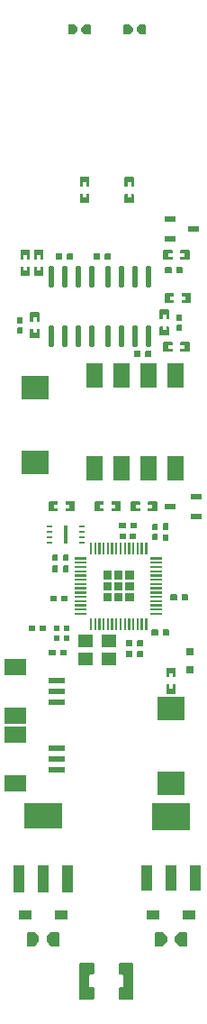
<source format=gtp>
G04 Layer: TopPasteMaskLayer*
G04 EasyEDA v6.5.23, 2023-06-10 17:59:46*
G04 2a4cce0fd74440f1b02c58f019cbd83e,5a6b42c53f6a479593ecc07194224c93,10*
G04 Gerber Generator version 0.2*
G04 Scale: 100 percent, Rotated: No, Reflected: No *
G04 Dimensions in millimeters *
G04 leading zeros omitted , absolute positions ,4 integer and 5 decimal *
%FSLAX45Y45*%
%MOMM*%

%AMMACRO1*21,1,$1,$2,0,0,$3*%
%ADD10O,0.58801X2.0450048*%
%ADD11MACRO1,0.532X1.0375X-90.0000*%
%ADD12MACRO1,2.592X2.2075X0.0000*%
%ADD13R,2.5920X2.2075*%
%ADD14R,0.8000X0.8000*%
%ADD15R,1.2000X0.9500*%
%ADD16R,1.5500X0.6000*%
%ADD17R,2.0000X1.5000*%
%ADD18MACRO1,2.286X1.524X90.0000*%
%ADD19R,1.0700X0.6000*%
%ADD20R,1.1000X2.5000*%
%ADD21MACRO1,3.6X2.34X0.0000*%
%ADD22R,1.0500X2.4650*%
%ADD23MACRO1,3.54X2.465X0.0000*%
%ADD24R,0.5500X0.5500*%
%ADD25R,0.6000X0.2800*%
%ADD26R,0.3000X1.7000*%
%ADD27MACRO1,1.2X1.4X90.0000*%
%ADD28R,1.4000X1.2000*%
%ADD29MACRO1,1.2X1.4X-90.0000*%
%ADD30C,0.0150*%

%LPD*%
G36*
X1128318Y1241755D02*
G01*
X1118311Y1231747D01*
X1118311Y1136294D01*
X1128318Y1126286D01*
X1156106Y1126286D01*
X1166114Y1116279D01*
X1166114Y1017320D01*
X1156106Y1007313D01*
X1128318Y1007313D01*
X1118311Y997305D01*
X1118311Y901852D01*
X1128318Y891844D01*
X1248968Y891844D01*
X1258976Y901852D01*
X1258976Y1231747D01*
X1248968Y1241755D01*
G37*
G36*
X757631Y1241755D02*
G01*
X747623Y1231747D01*
X747623Y901852D01*
X757631Y891844D01*
X878281Y891844D01*
X888288Y901852D01*
X888288Y997305D01*
X878281Y1007313D01*
X850493Y1007313D01*
X840486Y1017320D01*
X840486Y1116279D01*
X850493Y1126286D01*
X878281Y1126286D01*
X888288Y1136294D01*
X888288Y1231747D01*
X878281Y1241755D01*
G37*
G36*
X1572920Y4010710D02*
G01*
X1567891Y4005681D01*
X1567891Y3925722D01*
X1572920Y3920693D01*
X1595678Y3920693D01*
X1595678Y3957726D01*
X1628698Y3957726D01*
X1628698Y3920693D01*
X1652879Y3920693D01*
X1657908Y3925722D01*
X1657908Y4005681D01*
X1652879Y4010710D01*
G37*
G36*
X1572920Y3850690D02*
G01*
X1567891Y3845712D01*
X1567891Y3766718D01*
X1572920Y3761689D01*
X1652879Y3761689D01*
X1657908Y3766718D01*
X1657908Y3845712D01*
X1652879Y3850690D01*
X1628698Y3850690D01*
X1628698Y3812692D01*
X1595678Y3812692D01*
X1595678Y3850690D01*
G37*
G36*
X634593Y7901482D02*
G01*
X629615Y7896504D01*
X629615Y7851495D01*
X634593Y7846517D01*
X687578Y7846517D01*
X692607Y7851495D01*
X692607Y7896504D01*
X687578Y7901482D01*
G37*
G36*
X531622Y7901482D02*
G01*
X526592Y7896504D01*
X526592Y7851495D01*
X531622Y7846517D01*
X584606Y7846517D01*
X589584Y7851495D01*
X589584Y7896504D01*
X584606Y7901482D01*
G37*
G36*
X1170889Y10052964D02*
G01*
X1164183Y10046258D01*
X1164183Y9968941D01*
X1170889Y9962235D01*
X1223670Y9962235D01*
X1253337Y9993071D01*
X1253337Y10022128D01*
X1223670Y10052964D01*
G37*
G36*
X1316329Y10052964D02*
G01*
X1286662Y10022128D01*
X1286662Y9993071D01*
X1316329Y9962235D01*
X1369110Y9962235D01*
X1375816Y9968941D01*
X1375816Y10046258D01*
X1369110Y10052964D01*
G37*
G36*
X795629Y10052964D02*
G01*
X765962Y10022128D01*
X765962Y9993071D01*
X795629Y9962235D01*
X848410Y9962235D01*
X855116Y9968941D01*
X855116Y10046258D01*
X848410Y10052964D01*
G37*
G36*
X650189Y10052964D02*
G01*
X643483Y10046258D01*
X643483Y9968941D01*
X650189Y9962235D01*
X702970Y9962235D01*
X732637Y9993071D01*
X732637Y10022128D01*
X702970Y10052964D01*
G37*
G36*
X167995Y7208316D02*
G01*
X163017Y7201306D01*
X163017Y7153300D01*
X167995Y7148322D01*
X213004Y7148322D01*
X217982Y7153300D01*
X217982Y7201306D01*
X213004Y7208316D01*
G37*
G36*
X167995Y7304278D02*
G01*
X163017Y7299299D01*
X163017Y7251293D01*
X167995Y7244283D01*
X213004Y7244283D01*
X217982Y7251293D01*
X217982Y7299299D01*
X213004Y7304278D01*
G37*
G36*
X1666595Y7329678D02*
G01*
X1661617Y7324699D01*
X1661617Y7276693D01*
X1666595Y7269683D01*
X1711604Y7269683D01*
X1716582Y7276693D01*
X1716582Y7324699D01*
X1711604Y7329678D01*
G37*
G36*
X1666595Y7233716D02*
G01*
X1661617Y7226706D01*
X1661617Y7178700D01*
X1666595Y7173722D01*
X1711604Y7173722D01*
X1716582Y7178700D01*
X1716582Y7226706D01*
X1711604Y7233716D01*
G37*
G36*
X1509420Y7376210D02*
G01*
X1504391Y7371181D01*
X1504391Y7291222D01*
X1509420Y7286193D01*
X1532178Y7286193D01*
X1532178Y7323226D01*
X1565198Y7323226D01*
X1565198Y7286193D01*
X1589379Y7286193D01*
X1594408Y7291222D01*
X1594408Y7371181D01*
X1589379Y7376210D01*
G37*
G36*
X1509420Y7216190D02*
G01*
X1504391Y7211212D01*
X1504391Y7132218D01*
X1509420Y7127189D01*
X1589379Y7127189D01*
X1594408Y7132218D01*
X1594408Y7211212D01*
X1589379Y7216190D01*
X1565198Y7216190D01*
X1565198Y7178192D01*
X1532178Y7178192D01*
X1532178Y7216190D01*
G37*
G36*
X623722Y5569508D02*
G01*
X618693Y5564479D01*
X618693Y5541721D01*
X655726Y5541721D01*
X655726Y5508701D01*
X618693Y5508701D01*
X618693Y5484520D01*
X623722Y5479491D01*
X703681Y5479491D01*
X708710Y5484520D01*
X708710Y5564479D01*
X703681Y5569508D01*
G37*
G36*
X464718Y5569508D02*
G01*
X459689Y5564479D01*
X459689Y5484520D01*
X464718Y5479491D01*
X543712Y5479491D01*
X548690Y5484520D01*
X548690Y5508701D01*
X510692Y5508701D01*
X510692Y5541721D01*
X548690Y5541721D01*
X548690Y5564479D01*
X543712Y5569508D01*
G37*
G36*
X290220Y7191806D02*
G01*
X285191Y7186777D01*
X285191Y7106818D01*
X290220Y7101789D01*
X370179Y7101789D01*
X375208Y7106818D01*
X375208Y7186777D01*
X370179Y7191806D01*
X347421Y7191806D01*
X347421Y7154773D01*
X314401Y7154773D01*
X314401Y7191806D01*
G37*
G36*
X290220Y7350810D02*
G01*
X285191Y7345781D01*
X285191Y7266787D01*
X290220Y7261809D01*
X314401Y7261809D01*
X314401Y7299807D01*
X347421Y7299807D01*
X347421Y7261809D01*
X370179Y7261809D01*
X375208Y7266787D01*
X375208Y7345781D01*
X370179Y7350810D01*
G37*
G36*
X1055522Y5569508D02*
G01*
X1050493Y5564479D01*
X1050493Y5541721D01*
X1087475Y5541721D01*
X1087475Y5508701D01*
X1050493Y5508701D01*
X1050493Y5484520D01*
X1055522Y5479491D01*
X1135481Y5479491D01*
X1140510Y5484520D01*
X1140510Y5564479D01*
X1135481Y5569508D01*
G37*
G36*
X896518Y5569508D02*
G01*
X891489Y5564479D01*
X891489Y5484520D01*
X896518Y5479491D01*
X975512Y5479491D01*
X980490Y5484520D01*
X980490Y5508701D01*
X942492Y5508701D01*
X942492Y5541721D01*
X980490Y5541721D01*
X980490Y5564479D01*
X975512Y5569508D01*
G37*
G36*
X1398422Y5569508D02*
G01*
X1393393Y5564479D01*
X1393393Y5541721D01*
X1430375Y5541721D01*
X1430375Y5508701D01*
X1393393Y5508701D01*
X1393393Y5484520D01*
X1398422Y5479491D01*
X1478381Y5479491D01*
X1483410Y5484520D01*
X1483410Y5564479D01*
X1478381Y5569508D01*
G37*
G36*
X1239418Y5569508D02*
G01*
X1234389Y5564479D01*
X1234389Y5484520D01*
X1239418Y5479491D01*
X1318412Y5479491D01*
X1323390Y5484520D01*
X1323390Y5508701D01*
X1285392Y5508701D01*
X1285392Y5541721D01*
X1323390Y5541721D01*
X1323390Y5564479D01*
X1318412Y5569508D01*
G37*
G36*
X201320Y7935010D02*
G01*
X196291Y7929981D01*
X196291Y7850022D01*
X201320Y7844993D01*
X224078Y7844993D01*
X224078Y7882026D01*
X257098Y7882026D01*
X257098Y7844993D01*
X281279Y7844993D01*
X286308Y7850022D01*
X286308Y7929981D01*
X281279Y7935010D01*
G37*
G36*
X201320Y7774990D02*
G01*
X196291Y7770012D01*
X196291Y7691018D01*
X201320Y7685989D01*
X281279Y7685989D01*
X286308Y7691018D01*
X286308Y7770012D01*
X281279Y7774990D01*
X257098Y7774990D01*
X257098Y7736992D01*
X224078Y7736992D01*
X224078Y7774990D01*
G37*
G36*
X760120Y8620810D02*
G01*
X755091Y8615781D01*
X755091Y8535822D01*
X760120Y8530793D01*
X782878Y8530793D01*
X782878Y8567826D01*
X815898Y8567826D01*
X815898Y8530793D01*
X840079Y8530793D01*
X845108Y8535822D01*
X845108Y8615781D01*
X840079Y8620810D01*
G37*
G36*
X760120Y8460790D02*
G01*
X755091Y8455812D01*
X755091Y8376818D01*
X760120Y8371789D01*
X840079Y8371789D01*
X845108Y8376818D01*
X845108Y8455812D01*
X840079Y8460790D01*
X815898Y8460790D01*
X815898Y8422792D01*
X782878Y8422792D01*
X782878Y8460790D01*
G37*
G36*
X1179220Y8620810D02*
G01*
X1174191Y8615781D01*
X1174191Y8535822D01*
X1179220Y8530793D01*
X1201978Y8530793D01*
X1201978Y8567826D01*
X1234998Y8567826D01*
X1234998Y8530793D01*
X1259179Y8530793D01*
X1264208Y8535822D01*
X1264208Y8615781D01*
X1259179Y8620810D01*
G37*
G36*
X1179220Y8460790D02*
G01*
X1174191Y8455812D01*
X1174191Y8376818D01*
X1179220Y8371789D01*
X1259179Y8371789D01*
X1264208Y8376818D01*
X1264208Y8455812D01*
X1259179Y8460790D01*
X1234998Y8460790D01*
X1234998Y8422792D01*
X1201978Y8422792D01*
X1201978Y8460790D01*
G37*
G36*
X1703222Y7931708D02*
G01*
X1698193Y7926679D01*
X1698193Y7903921D01*
X1735175Y7903921D01*
X1735175Y7870901D01*
X1698193Y7870901D01*
X1698193Y7846720D01*
X1703222Y7841691D01*
X1783181Y7841691D01*
X1788210Y7846720D01*
X1788210Y7926679D01*
X1783181Y7931708D01*
G37*
G36*
X1544218Y7931708D02*
G01*
X1539189Y7926679D01*
X1539189Y7846720D01*
X1544218Y7841691D01*
X1623212Y7841691D01*
X1628190Y7846720D01*
X1628190Y7870901D01*
X1590192Y7870901D01*
X1590192Y7903921D01*
X1628190Y7903921D01*
X1628190Y7926679D01*
X1623212Y7931708D01*
G37*
G36*
X328320Y7935010D02*
G01*
X323291Y7929981D01*
X323291Y7850022D01*
X328320Y7844993D01*
X351078Y7844993D01*
X351078Y7882026D01*
X384098Y7882026D01*
X384098Y7844993D01*
X408279Y7844993D01*
X413308Y7850022D01*
X413308Y7929981D01*
X408279Y7935010D01*
G37*
G36*
X328320Y7774990D02*
G01*
X323291Y7770012D01*
X323291Y7691018D01*
X328320Y7685989D01*
X408279Y7685989D01*
X413308Y7691018D01*
X413308Y7770012D01*
X408279Y7774990D01*
X384098Y7774990D01*
X384098Y7736992D01*
X351078Y7736992D01*
X351078Y7774990D01*
G37*
G36*
X1715922Y7525308D02*
G01*
X1710893Y7520279D01*
X1710893Y7497521D01*
X1747875Y7497521D01*
X1747875Y7464501D01*
X1710893Y7464501D01*
X1710893Y7440320D01*
X1715922Y7435291D01*
X1795881Y7435291D01*
X1800910Y7440320D01*
X1800910Y7520279D01*
X1795881Y7525308D01*
G37*
G36*
X1556918Y7525308D02*
G01*
X1551889Y7520279D01*
X1551889Y7440320D01*
X1556918Y7435291D01*
X1635912Y7435291D01*
X1640890Y7440320D01*
X1640890Y7464501D01*
X1602892Y7464501D01*
X1602892Y7497521D01*
X1640890Y7497521D01*
X1640890Y7520279D01*
X1635912Y7525308D01*
G37*
G36*
X1703222Y7068108D02*
G01*
X1698193Y7063079D01*
X1698193Y7040321D01*
X1735175Y7040321D01*
X1735175Y7007301D01*
X1698193Y7007301D01*
X1698193Y6983120D01*
X1703222Y6978091D01*
X1783181Y6978091D01*
X1788210Y6983120D01*
X1788210Y7063079D01*
X1783181Y7068108D01*
G37*
G36*
X1544218Y7068108D02*
G01*
X1539189Y7063079D01*
X1539189Y6983120D01*
X1544218Y6978091D01*
X1623212Y6978091D01*
X1628190Y6983120D01*
X1628190Y7007301D01*
X1590192Y7007301D01*
X1590192Y7040321D01*
X1628190Y7040321D01*
X1628190Y7063079D01*
X1623212Y7068108D01*
G37*
G36*
X1560322Y7774482D02*
G01*
X1555292Y7769504D01*
X1555292Y7724495D01*
X1560322Y7719517D01*
X1613306Y7719517D01*
X1618284Y7724495D01*
X1618284Y7769504D01*
X1613306Y7774482D01*
G37*
G36*
X1663293Y7774482D02*
G01*
X1658315Y7769504D01*
X1658315Y7724495D01*
X1663293Y7719517D01*
X1716278Y7719517D01*
X1721307Y7724495D01*
X1721307Y7769504D01*
X1716278Y7774482D01*
G37*
G36*
X1371193Y6987082D02*
G01*
X1366215Y6982104D01*
X1366215Y6937095D01*
X1371193Y6932117D01*
X1424178Y6932117D01*
X1429207Y6937095D01*
X1429207Y6982104D01*
X1424178Y6987082D01*
G37*
G36*
X1268222Y6987082D02*
G01*
X1263192Y6982104D01*
X1263192Y6937095D01*
X1268222Y6932117D01*
X1321206Y6932117D01*
X1326184Y6937095D01*
X1326184Y6982104D01*
X1321206Y6987082D01*
G37*
G36*
X990193Y7901482D02*
G01*
X985215Y7896504D01*
X985215Y7851495D01*
X990193Y7846517D01*
X1043178Y7846517D01*
X1048207Y7851495D01*
X1048207Y7896504D01*
X1043178Y7901482D01*
G37*
G36*
X887221Y7901482D02*
G01*
X882192Y7896504D01*
X882192Y7851495D01*
X887221Y7846517D01*
X940206Y7846517D01*
X945184Y7851495D01*
X945184Y7896504D01*
X940206Y7901482D01*
G37*
G36*
X480923Y1529334D02*
G01*
X442417Y1482547D01*
X442417Y1438452D01*
X480923Y1391666D01*
X549656Y1391666D01*
X559663Y1401622D01*
X559663Y1519326D01*
X549656Y1529334D01*
G37*
G36*
X263144Y1529334D02*
G01*
X253136Y1519326D01*
X253136Y1401622D01*
X263144Y1391666D01*
X331876Y1391666D01*
X370382Y1438452D01*
X370382Y1482547D01*
X331876Y1529334D01*
G37*
G36*
X1469644Y1529334D02*
G01*
X1459636Y1519377D01*
X1459636Y1401673D01*
X1469644Y1391666D01*
X1538376Y1391666D01*
X1576882Y1438452D01*
X1576882Y1482547D01*
X1538376Y1529334D01*
G37*
G36*
X1687423Y1529334D02*
G01*
X1648917Y1482547D01*
X1648917Y1438452D01*
X1687423Y1391666D01*
X1756156Y1391666D01*
X1766163Y1401673D01*
X1766163Y1519377D01*
X1756156Y1529334D01*
G37*
G36*
X380593Y4408982D02*
G01*
X375615Y4404004D01*
X375615Y4358995D01*
X380593Y4354017D01*
X433578Y4354017D01*
X438607Y4358995D01*
X438607Y4404004D01*
X433578Y4408982D01*
G37*
G36*
X277622Y4408982D02*
G01*
X272592Y4404004D01*
X272592Y4358995D01*
X277622Y4354017D01*
X330606Y4354017D01*
X335584Y4358995D01*
X335584Y4404004D01*
X330606Y4408982D01*
G37*
G36*
X583793Y4688382D02*
G01*
X578815Y4683404D01*
X578815Y4638395D01*
X583793Y4633417D01*
X636778Y4633417D01*
X641807Y4638395D01*
X641807Y4683404D01*
X636778Y4688382D01*
G37*
G36*
X480822Y4688382D02*
G01*
X475792Y4683404D01*
X475792Y4638395D01*
X480822Y4633417D01*
X533806Y4633417D01*
X538784Y4638395D01*
X538784Y4683404D01*
X533806Y4688382D01*
G37*
G36*
X498195Y5074107D02*
G01*
X493217Y5069078D01*
X493217Y5016093D01*
X498195Y5011115D01*
X543204Y5011115D01*
X548182Y5016093D01*
X548182Y5069078D01*
X543204Y5074107D01*
G37*
G36*
X498195Y4971084D02*
G01*
X493217Y4966106D01*
X493217Y4913122D01*
X498195Y4908092D01*
X543204Y4908092D01*
X548182Y4913122D01*
X548182Y4966106D01*
X543204Y4971084D01*
G37*
G36*
X599795Y5074107D02*
G01*
X594817Y5069078D01*
X594817Y5016093D01*
X599795Y5011115D01*
X644804Y5011115D01*
X649782Y5016093D01*
X649782Y5069078D01*
X644804Y5074107D01*
G37*
G36*
X599795Y4971084D02*
G01*
X594817Y4966106D01*
X594817Y4913122D01*
X599795Y4908092D01*
X644804Y4908092D01*
X649782Y4913122D01*
X649782Y4966106D01*
X644804Y4971084D01*
G37*
G36*
X1611122Y4701082D02*
G01*
X1606092Y4696104D01*
X1606092Y4651095D01*
X1611122Y4646117D01*
X1664106Y4646117D01*
X1669084Y4651095D01*
X1669084Y4696104D01*
X1664106Y4701082D01*
G37*
G36*
X1714093Y4701082D02*
G01*
X1709115Y4696104D01*
X1709115Y4651095D01*
X1714093Y4646117D01*
X1767078Y4646117D01*
X1772107Y4651095D01*
X1772107Y4696104D01*
X1767078Y4701082D01*
G37*
G36*
X1433322Y4370882D02*
G01*
X1428292Y4365904D01*
X1428292Y4320895D01*
X1433322Y4315917D01*
X1486306Y4315917D01*
X1491284Y4320895D01*
X1491284Y4365904D01*
X1486306Y4370882D01*
G37*
G36*
X1536293Y4370882D02*
G01*
X1531315Y4365904D01*
X1531315Y4320895D01*
X1536293Y4315917D01*
X1589278Y4315917D01*
X1594307Y4320895D01*
X1594307Y4365904D01*
X1589278Y4370882D01*
G37*
G36*
X1231493Y5374182D02*
G01*
X1226515Y5369204D01*
X1226515Y5324195D01*
X1231493Y5319217D01*
X1284478Y5319217D01*
X1289507Y5324195D01*
X1289507Y5369204D01*
X1284478Y5374182D01*
G37*
G36*
X1128522Y5374182D02*
G01*
X1123492Y5369204D01*
X1123492Y5324195D01*
X1128522Y5319217D01*
X1181506Y5319217D01*
X1186484Y5324195D01*
X1186484Y5369204D01*
X1181506Y5374182D01*
G37*
G36*
X707593Y5045202D02*
G01*
X707593Y5025186D01*
X817575Y5025186D01*
X817575Y5045202D01*
G37*
G36*
X707593Y5005222D02*
G01*
X707593Y4985207D01*
X817575Y4985207D01*
X817575Y5005222D01*
G37*
G36*
X707593Y4965192D02*
G01*
X707593Y4945176D01*
X817575Y4945176D01*
X817575Y4965192D01*
G37*
G36*
X707593Y4925161D02*
G01*
X707593Y4905197D01*
X817575Y4905197D01*
X817575Y4925161D01*
G37*
G36*
X707593Y4885232D02*
G01*
X707593Y4865217D01*
X817575Y4865217D01*
X817575Y4885232D01*
G37*
G36*
X707593Y4845202D02*
G01*
X707593Y4825187D01*
X817575Y4825187D01*
X817575Y4845202D01*
G37*
G36*
X707593Y4805222D02*
G01*
X707593Y4785207D01*
X817575Y4785207D01*
X817575Y4805222D01*
G37*
G36*
X707593Y4765192D02*
G01*
X707593Y4745177D01*
X817575Y4745177D01*
X817575Y4765192D01*
G37*
G36*
X707593Y4725212D02*
G01*
X707593Y4705197D01*
X817575Y4705197D01*
X817575Y4725212D01*
G37*
G36*
X707593Y4685233D02*
G01*
X707593Y4665218D01*
X817575Y4665218D01*
X817575Y4685233D01*
G37*
G36*
X707593Y4645202D02*
G01*
X707593Y4625187D01*
X817575Y4625187D01*
X817575Y4645202D01*
G37*
G36*
X707593Y4605172D02*
G01*
X707593Y4585208D01*
X817575Y4585208D01*
X817575Y4605172D01*
G37*
G36*
X707593Y4565192D02*
G01*
X707593Y4545177D01*
X817575Y4545177D01*
X817575Y4565192D01*
G37*
G36*
X707593Y4525213D02*
G01*
X707593Y4505198D01*
X817575Y4505198D01*
X817575Y4525213D01*
G37*
G36*
X847598Y4475226D02*
G01*
X847598Y4365193D01*
X867613Y4365193D01*
X867613Y4475226D01*
G37*
G36*
X887577Y4475226D02*
G01*
X887577Y4365193D01*
X907592Y4365193D01*
X907592Y4475226D01*
G37*
G36*
X927608Y4475226D02*
G01*
X927608Y4365193D01*
X947572Y4365193D01*
X947572Y4475226D01*
G37*
G36*
X967587Y4475226D02*
G01*
X967587Y4365193D01*
X987602Y4365193D01*
X987602Y4475226D01*
G37*
G36*
X1007618Y4475226D02*
G01*
X1007618Y4365193D01*
X1027582Y4365193D01*
X1027582Y4475226D01*
G37*
G36*
X1047597Y4475226D02*
G01*
X1047597Y4365193D01*
X1067612Y4365193D01*
X1067612Y4475226D01*
G37*
G36*
X1087577Y4475226D02*
G01*
X1087577Y4365193D01*
X1107592Y4365193D01*
X1107592Y4475226D01*
G37*
G36*
X1127607Y4475226D02*
G01*
X1127607Y4365193D01*
X1147572Y4365193D01*
X1147572Y4475226D01*
G37*
G36*
X1167587Y4475226D02*
G01*
X1167587Y4365193D01*
X1187602Y4365193D01*
X1187602Y4475226D01*
G37*
G36*
X1207617Y4475226D02*
G01*
X1207617Y4365193D01*
X1227582Y4365193D01*
X1227582Y4475226D01*
G37*
G36*
X1247597Y4475226D02*
G01*
X1247597Y4365193D01*
X1267612Y4365193D01*
X1267612Y4475226D01*
G37*
G36*
X1287576Y4475226D02*
G01*
X1287576Y4365193D01*
X1307592Y4365193D01*
X1307592Y4475226D01*
G37*
G36*
X1327607Y4475226D02*
G01*
X1327607Y4365193D01*
X1347571Y4365193D01*
X1347571Y4475226D01*
G37*
G36*
X1367586Y4475226D02*
G01*
X1367586Y4365193D01*
X1387602Y4365193D01*
X1387602Y4475226D01*
G37*
G36*
X1417624Y4525213D02*
G01*
X1417624Y4505198D01*
X1527606Y4505198D01*
X1527606Y4525213D01*
G37*
G36*
X1417624Y4565192D02*
G01*
X1417624Y4545177D01*
X1527606Y4545177D01*
X1527606Y4565192D01*
G37*
G36*
X1417624Y4605172D02*
G01*
X1417624Y4585208D01*
X1527606Y4585208D01*
X1527606Y4605172D01*
G37*
G36*
X1417624Y4645202D02*
G01*
X1417624Y4625187D01*
X1527606Y4625187D01*
X1527606Y4645202D01*
G37*
G36*
X1417624Y4685233D02*
G01*
X1417624Y4665218D01*
X1527606Y4665218D01*
X1527606Y4685233D01*
G37*
G36*
X1417624Y4725212D02*
G01*
X1417624Y4705197D01*
X1527606Y4705197D01*
X1527606Y4725212D01*
G37*
G36*
X1417624Y4765192D02*
G01*
X1417624Y4745177D01*
X1527606Y4745177D01*
X1527606Y4765192D01*
G37*
G36*
X1417624Y4805222D02*
G01*
X1417624Y4785207D01*
X1527606Y4785207D01*
X1527606Y4805222D01*
G37*
G36*
X1417624Y4845202D02*
G01*
X1417624Y4825187D01*
X1527606Y4825187D01*
X1527606Y4845202D01*
G37*
G36*
X1417624Y4885232D02*
G01*
X1417624Y4865217D01*
X1527606Y4865217D01*
X1527606Y4885232D01*
G37*
G36*
X1417624Y4925161D02*
G01*
X1417624Y4905197D01*
X1527606Y4905197D01*
X1527606Y4925161D01*
G37*
G36*
X1417624Y4965192D02*
G01*
X1417624Y4945176D01*
X1527606Y4945176D01*
X1527606Y4965192D01*
G37*
G36*
X1417624Y5005222D02*
G01*
X1417624Y4985207D01*
X1527606Y4985207D01*
X1527606Y5005222D01*
G37*
G36*
X1417624Y5045202D02*
G01*
X1417624Y5025186D01*
X1527606Y5025186D01*
X1527606Y5045202D01*
G37*
G36*
X1367586Y5185206D02*
G01*
X1367586Y5075174D01*
X1387602Y5075174D01*
X1387602Y5185206D01*
G37*
G36*
X1327607Y5185206D02*
G01*
X1327607Y5075174D01*
X1347571Y5075174D01*
X1347571Y5185206D01*
G37*
G36*
X1287576Y5185206D02*
G01*
X1287576Y5075174D01*
X1307592Y5075174D01*
X1307592Y5185206D01*
G37*
G36*
X1247597Y5185206D02*
G01*
X1247597Y5075174D01*
X1267612Y5075174D01*
X1267612Y5185206D01*
G37*
G36*
X1207617Y5185206D02*
G01*
X1207617Y5075174D01*
X1227582Y5075174D01*
X1227582Y5185206D01*
G37*
G36*
X1167587Y5185206D02*
G01*
X1167587Y5075174D01*
X1187602Y5075174D01*
X1187602Y5185206D01*
G37*
G36*
X1127607Y5185206D02*
G01*
X1127607Y5075174D01*
X1147572Y5075174D01*
X1147572Y5185206D01*
G37*
G36*
X1087577Y5185206D02*
G01*
X1087577Y5075174D01*
X1107592Y5075174D01*
X1107592Y5185206D01*
G37*
G36*
X1047597Y5185206D02*
G01*
X1047597Y5075174D01*
X1067612Y5075174D01*
X1067612Y5185206D01*
G37*
G36*
X1007618Y5185206D02*
G01*
X1007618Y5075174D01*
X1027582Y5075174D01*
X1027582Y5185206D01*
G37*
G36*
X967587Y5185206D02*
G01*
X967587Y5075174D01*
X987602Y5075174D01*
X987602Y5185206D01*
G37*
G36*
X927608Y5185206D02*
G01*
X927608Y5075174D01*
X947572Y5075174D01*
X947572Y5185206D01*
G37*
G36*
X887577Y5185206D02*
G01*
X887577Y5075174D01*
X907592Y5075174D01*
X907592Y5185206D01*
G37*
G36*
X847598Y5185206D02*
G01*
X847598Y5075174D01*
X867613Y5075174D01*
X867613Y5185206D01*
G37*
G36*
X1182624Y4920183D02*
G01*
X1182624Y4840224D01*
X1262583Y4840224D01*
X1262583Y4920183D01*
G37*
G36*
X972616Y4920183D02*
G01*
X972616Y4840224D01*
X1052626Y4840224D01*
X1052626Y4920183D01*
G37*
G36*
X972616Y4710226D02*
G01*
X972616Y4630216D01*
X1052576Y4630216D01*
X1052576Y4710226D01*
G37*
G36*
X1182573Y4710226D02*
G01*
X1182573Y4630216D01*
X1262583Y4630216D01*
X1262583Y4710226D01*
G37*
G36*
X1182573Y4815179D02*
G01*
X1182573Y4735169D01*
X1262583Y4735169D01*
X1262583Y4815179D01*
G37*
G36*
X1077620Y4920234D02*
G01*
X1077620Y4840224D01*
X1157579Y4840224D01*
X1157579Y4920234D01*
G37*
G36*
X972616Y4815179D02*
G01*
X972616Y4735169D01*
X1052576Y4735169D01*
X1052576Y4815179D01*
G37*
G36*
X1077620Y4815179D02*
G01*
X1077620Y4735220D01*
X1157579Y4735220D01*
X1157579Y4815179D01*
G37*
G36*
X1077620Y4709718D02*
G01*
X1077620Y4629708D01*
X1157579Y4629708D01*
X1157579Y4709718D01*
G37*
G36*
X1192022Y4269282D02*
G01*
X1186992Y4264304D01*
X1186992Y4219295D01*
X1192022Y4214317D01*
X1245006Y4214317D01*
X1249984Y4219295D01*
X1249984Y4264304D01*
X1245006Y4269282D01*
G37*
G36*
X1294993Y4269282D02*
G01*
X1290015Y4264304D01*
X1290015Y4219295D01*
X1294993Y4214317D01*
X1347978Y4214317D01*
X1353007Y4219295D01*
X1353007Y4264304D01*
X1347978Y4269282D01*
G37*
G36*
X1192022Y4167682D02*
G01*
X1186992Y4162704D01*
X1186992Y4117695D01*
X1192022Y4112717D01*
X1245006Y4112717D01*
X1249984Y4117695D01*
X1249984Y4162704D01*
X1245006Y4167682D01*
G37*
G36*
X1294993Y4167682D02*
G01*
X1290015Y4162704D01*
X1290015Y4117695D01*
X1294993Y4112717D01*
X1347978Y4112717D01*
X1353007Y4117695D01*
X1353007Y4162704D01*
X1347978Y4167682D01*
G37*
G36*
X468122Y4180382D02*
G01*
X463092Y4175404D01*
X463092Y4130395D01*
X468122Y4125417D01*
X521106Y4125417D01*
X526084Y4130395D01*
X526084Y4175404D01*
X521106Y4180382D01*
G37*
G36*
X571093Y4180382D02*
G01*
X566115Y4175404D01*
X566115Y4130395D01*
X571093Y4125417D01*
X624078Y4125417D01*
X629107Y4130395D01*
X629107Y4175404D01*
X624078Y4180382D01*
G37*
G36*
X1539595Y5263184D02*
G01*
X1534617Y5258206D01*
X1534617Y5205222D01*
X1539595Y5200192D01*
X1584604Y5200192D01*
X1589582Y5205222D01*
X1589582Y5258206D01*
X1584604Y5263184D01*
G37*
G36*
X1539595Y5366207D02*
G01*
X1534617Y5361178D01*
X1534617Y5308193D01*
X1539595Y5303215D01*
X1584604Y5303215D01*
X1589582Y5308193D01*
X1589582Y5361178D01*
X1584604Y5366207D01*
G37*
G36*
X1231493Y5272582D02*
G01*
X1224483Y5267604D01*
X1224483Y5222595D01*
X1231493Y5217617D01*
X1279499Y5217617D01*
X1284478Y5222595D01*
X1284478Y5267604D01*
X1279499Y5272582D01*
G37*
G36*
X1133500Y5272582D02*
G01*
X1128522Y5267604D01*
X1128522Y5222595D01*
X1133500Y5217617D01*
X1181506Y5217617D01*
X1188516Y5222595D01*
X1188516Y5267604D01*
X1181506Y5272582D01*
G37*
G36*
X1437995Y5265216D02*
G01*
X1433017Y5258206D01*
X1433017Y5210200D01*
X1437995Y5205222D01*
X1483004Y5205222D01*
X1487982Y5210200D01*
X1487982Y5258206D01*
X1483004Y5265216D01*
G37*
G36*
X1437995Y5361178D02*
G01*
X1433017Y5356199D01*
X1433017Y5308193D01*
X1437995Y5301183D01*
X1483004Y5301183D01*
X1487982Y5308193D01*
X1487982Y5356199D01*
X1483004Y5361178D01*
G37*
D10*
G01*
X1016000Y7126859D03*
G01*
X1143000Y7126859D03*
G01*
X1270000Y7126859D03*
G01*
X1397000Y7126859D03*
G01*
X1016000Y7681340D03*
G01*
X1143000Y7681340D03*
G01*
X1270000Y7681340D03*
G01*
X1397000Y7681340D03*
G01*
X482600Y7126859D03*
G01*
X609600Y7126859D03*
G01*
X736600Y7126859D03*
G01*
X863600Y7126859D03*
G01*
X482600Y7681340D03*
G01*
X609600Y7681340D03*
G01*
X736600Y7681340D03*
G01*
X863600Y7681340D03*
D11*
G01*
X1604374Y8222999D03*
G01*
X1604374Y8033000D03*
G01*
X1824625Y8128000D03*
D12*
G01*
X330200Y6637624D03*
D13*
G01*
X330200Y5935370D03*
D14*
G01*
X1790700Y3991610D03*
G01*
X1790700Y4161789D03*
D12*
G01*
X1612900Y3627724D03*
D13*
G01*
X1612900Y2925470D03*
D15*
G01*
X1442897Y1689100D03*
G01*
X1782902Y1689100D03*
G01*
X236397Y1689100D03*
G01*
X576402Y1689100D03*
D16*
G01*
X536651Y3249599D03*
G01*
X536651Y3149600D03*
G01*
X536651Y3049600D03*
D17*
G01*
X149148Y2919603D03*
G01*
X149148Y3379596D03*
D18*
G01*
X889000Y5874397D03*
G01*
X889000Y6749402D03*
G01*
X1143000Y6749402D03*
G01*
X1143000Y5874397D03*
G01*
X1397000Y5874397D03*
G01*
X1397000Y6749402D03*
G01*
X1651000Y6749402D03*
G01*
X1651000Y5874397D03*
D19*
G01*
X1850694Y5429504D03*
G01*
X1850694Y5619495D03*
G01*
X1603705Y5524500D03*
D20*
G01*
X176403Y2027097D03*
G01*
X406400Y2027097D03*
G01*
X636396Y2027097D03*
D21*
G01*
X406400Y2621102D03*
D22*
G01*
X1382902Y2038350D03*
G01*
X1612900Y2038350D03*
G01*
X1842897Y2038350D03*
D23*
G01*
X1612900Y2609850D03*
D16*
G01*
X536651Y3884599D03*
G01*
X536651Y3784600D03*
G01*
X536651Y3684600D03*
D17*
G01*
X149148Y3554603D03*
G01*
X149148Y4014596D03*
D24*
G01*
X631697Y4283176D03*
G01*
X631697Y4378197D03*
G01*
X536676Y4378197D03*
G01*
X536676Y4283176D03*
D25*
G01*
X773049Y5182793D03*
G01*
X773049Y5232806D03*
G01*
X773049Y5282793D03*
G01*
X773049Y5332806D03*
G01*
X471551Y5182793D03*
G01*
X471551Y5232806D03*
G01*
X471551Y5282793D03*
G01*
X471551Y5332806D03*
D26*
G01*
X622300Y5257800D03*
D27*
G01*
X804402Y4093309D03*
G01*
X1024402Y4093309D03*
D28*
G01*
X1024407Y4263313D03*
D29*
G01*
X804402Y4263311D03*
M02*

</source>
